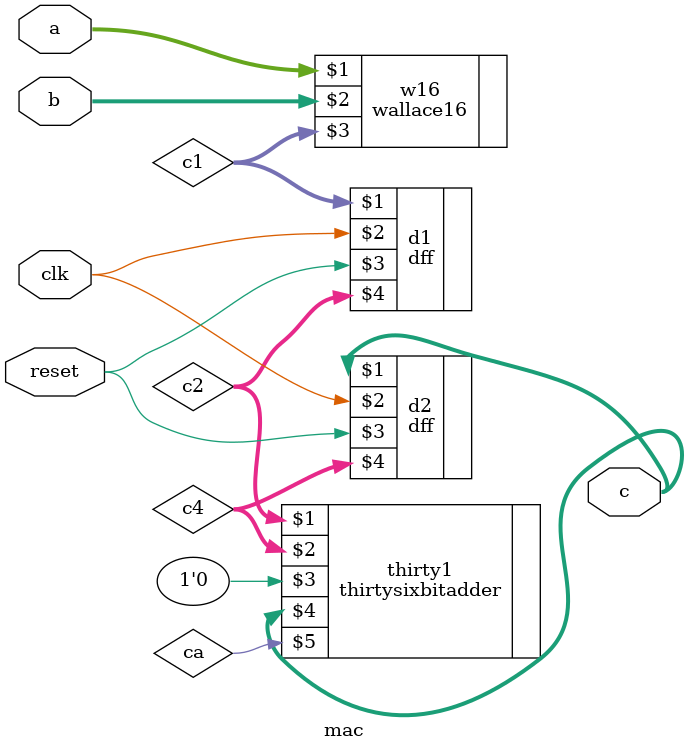
<source format=v>
`include "wallace16.v"
`include "36bitadder.v"
`include "dff.v"
module mac(a,b,c,clk,reset);
	input [15:0]a,b;
	input clk,reset;
	output [35:0] c;
	
	wire [35:0]c1,c2,c3,c4,c5,c6,c7,c8;
	
    wire ca,ca1,ca2,ca3;

		wallace16 w16(a,b,c1);
 
	dff d1(c1,clk,reset,c2);
	
	thirtysixbitadder thirty1(c2,c4,1'b0,c,ca);

	dff d2 (c,clk,reset,c4);
	
endmodule

</source>
